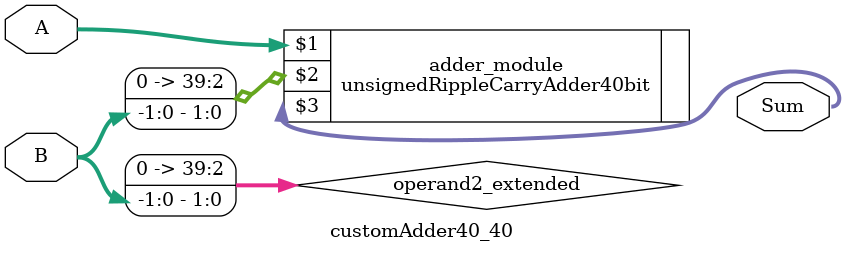
<source format=v>
module customAdder40_40(
                        input [39 : 0] A,
                        input [-1 : 0] B,
                        
                        output [40 : 0] Sum
                );

        wire [39 : 0] operand2_extended;
        
        assign operand2_extended =  {40'b0, B};
        
        unsignedRippleCarryAdder40bit adder_module(
            A,
            operand2_extended,
            Sum
        );
        
        endmodule
        
</source>
